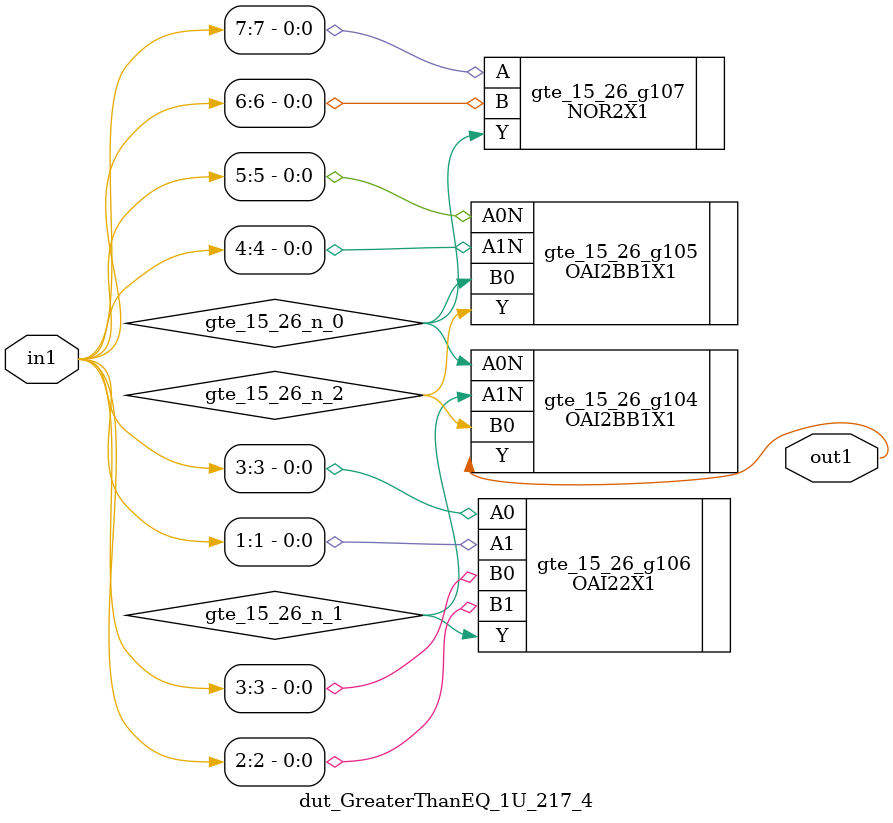
<source format=v>
`timescale 1ps / 1ps


module dut_GreaterThanEQ_1U_217_4(in1, out1);
  input [7:0] in1;
  output out1;
  wire [7:0] in1;
  wire out1;
  wire gte_15_26_n_0, gte_15_26_n_1, gte_15_26_n_2;
  OAI2BB1X1 gte_15_26_g104(.A0N (gte_15_26_n_0), .A1N (gte_15_26_n_1),
       .B0 (gte_15_26_n_2), .Y (out1));
  OAI2BB1X1 gte_15_26_g105(.A0N (in1[5]), .A1N (in1[4]), .B0
       (gte_15_26_n_0), .Y (gte_15_26_n_2));
  OAI22X1 gte_15_26_g106(.A0 (in1[3]), .A1 (in1[1]), .B0 (in1[3]), .B1
       (in1[2]), .Y (gte_15_26_n_1));
  NOR2X1 gte_15_26_g107(.A (in1[7]), .B (in1[6]), .Y (gte_15_26_n_0));
endmodule



</source>
